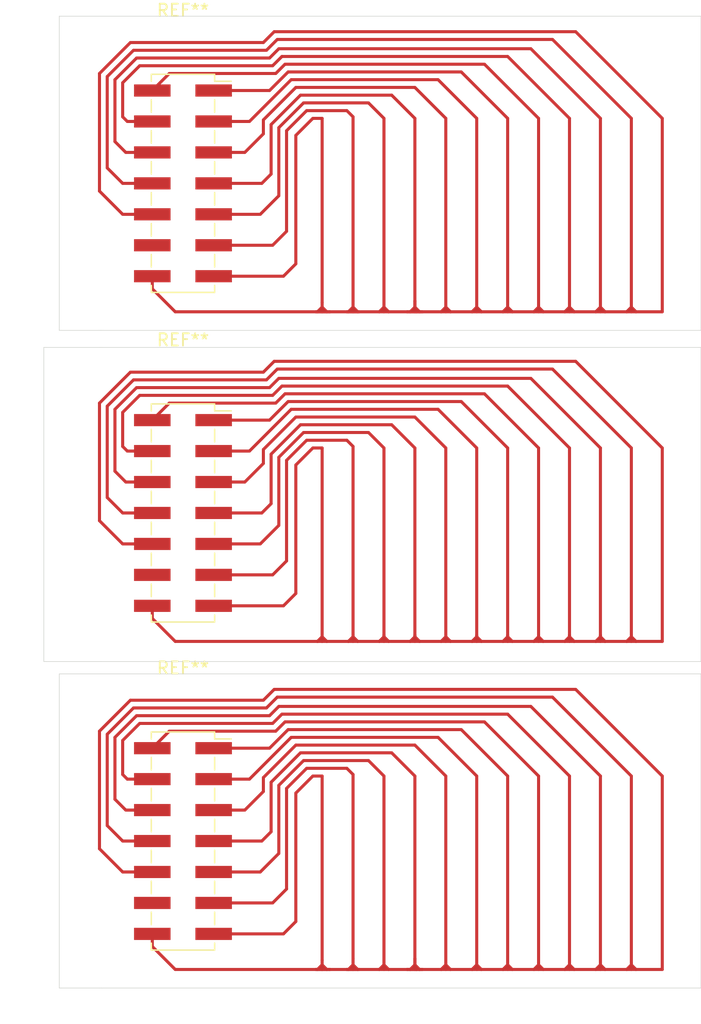
<source format=kicad_pcb>
(kicad_pcb (version 20171130) (host pcbnew "(5.1.6)-1")

  (general
    (thickness 1.6)
    (drawings 16)
    (tracks 477)
    (zones 0)
    (modules 3)
    (nets 1)
  )

  (page A4)
  (layers
    (0 F.Cu signal)
    (31 B.Cu signal)
    (32 B.Adhes user)
    (33 F.Adhes user)
    (34 B.Paste user)
    (35 F.Paste user)
    (36 B.SilkS user)
    (37 F.SilkS user)
    (38 B.Mask user)
    (39 F.Mask user)
    (40 Dwgs.User user)
    (41 Cmts.User user)
    (42 Eco1.User user)
    (43 Eco2.User user)
    (44 Edge.Cuts user)
    (45 Margin user)
    (46 B.CrtYd user)
    (47 F.CrtYd user)
    (48 B.Fab user)
    (49 F.Fab user)
  )

  (setup
    (last_trace_width 0.25)
    (trace_clearance 0.2)
    (zone_clearance 0.508)
    (zone_45_only no)
    (trace_min 0.2)
    (via_size 0.8)
    (via_drill 0.4)
    (via_min_size 0.4)
    (via_min_drill 0.3)
    (uvia_size 0.3)
    (uvia_drill 0.1)
    (uvias_allowed no)
    (uvia_min_size 0.2)
    (uvia_min_drill 0.1)
    (edge_width 0.05)
    (segment_width 0.2)
    (pcb_text_width 0.3)
    (pcb_text_size 1.5 1.5)
    (mod_edge_width 0.12)
    (mod_text_size 1 1)
    (mod_text_width 0.15)
    (pad_size 1.524 1.524)
    (pad_drill 0.762)
    (pad_to_mask_clearance 0.05)
    (aux_axis_origin 0 0)
    (visible_elements 7FFFFFFF)
    (pcbplotparams
      (layerselection 0x010fc_ffffffff)
      (usegerberextensions false)
      (usegerberattributes true)
      (usegerberadvancedattributes true)
      (creategerberjobfile true)
      (excludeedgelayer true)
      (linewidth 0.100000)
      (plotframeref false)
      (viasonmask false)
      (mode 1)
      (useauxorigin false)
      (hpglpennumber 1)
      (hpglpenspeed 20)
      (hpglpendiameter 15.000000)
      (psnegative false)
      (psa4output false)
      (plotreference true)
      (plotvalue true)
      (plotinvisibletext false)
      (padsonsilk false)
      (subtractmaskfromsilk false)
      (outputformat 1)
      (mirror false)
      (drillshape 0)
      (scaleselection 1)
      (outputdirectory "gerber/"))
  )

  (net 0 "")

  (net_class Default "This is the default net class."
    (clearance 0.2)
    (trace_width 0.25)
    (via_dia 0.8)
    (via_drill 0.4)
    (uvia_dia 0.3)
    (uvia_drill 0.1)
  )

  (module Connector_PinSocket_2.54mm:PinSocket_2x07_P2.54mm_Vertical_SMD (layer F.Cu) (tedit 5A19A41F) (tstamp 62901B5F)
    (at 100.457 110.871)
    (descr "surface-mounted straight socket strip, 2x07, 2.54mm pitch, double cols (from Kicad 4.0.7), script generated")
    (tags "Surface mounted socket strip SMD 2x07 2.54mm double row")
    (attr smd)
    (fp_text reference REF** (at 0 -14.2) (layer F.SilkS)
      (effects (font (size 1 1) (thickness 0.15)))
    )
    (fp_text value PinSocket_2x07_P2.54mm_Vertical_SMD (at 0 14.2) (layer F.Fab)
      (effects (font (size 1 1) (thickness 0.15)))
    )
    (fp_line (start -4.55 9.4) (end -4.55 -9.4) (layer F.CrtYd) (width 0.05))
    (fp_line (start 4.5 9.4) (end -4.55 9.4) (layer F.CrtYd) (width 0.05))
    (fp_line (start 4.5 -9.4) (end 4.5 9.4) (layer F.CrtYd) (width 0.05))
    (fp_line (start -4.55 -9.4) (end 4.5 -9.4) (layer F.CrtYd) (width 0.05))
    (fp_line (start 3.92 7.94) (end 2.54 7.94) (layer F.Fab) (width 0.1))
    (fp_line (start 3.92 7.3) (end 3.92 7.94) (layer F.Fab) (width 0.1))
    (fp_line (start 2.54 7.3) (end 3.92 7.3) (layer F.Fab) (width 0.1))
    (fp_line (start -3.92 7.94) (end -3.92 7.3) (layer F.Fab) (width 0.1))
    (fp_line (start -2.54 7.94) (end -3.92 7.94) (layer F.Fab) (width 0.1))
    (fp_line (start -3.92 7.3) (end -2.54 7.3) (layer F.Fab) (width 0.1))
    (fp_line (start 3.92 5.4) (end 2.54 5.4) (layer F.Fab) (width 0.1))
    (fp_line (start 3.92 4.76) (end 3.92 5.4) (layer F.Fab) (width 0.1))
    (fp_line (start 2.54 4.76) (end 3.92 4.76) (layer F.Fab) (width 0.1))
    (fp_line (start -3.92 5.4) (end -3.92 4.76) (layer F.Fab) (width 0.1))
    (fp_line (start -2.54 5.4) (end -3.92 5.4) (layer F.Fab) (width 0.1))
    (fp_line (start -3.92 4.76) (end -2.54 4.76) (layer F.Fab) (width 0.1))
    (fp_line (start 3.92 2.86) (end 2.54 2.86) (layer F.Fab) (width 0.1))
    (fp_line (start 3.92 2.22) (end 3.92 2.86) (layer F.Fab) (width 0.1))
    (fp_line (start 2.54 2.22) (end 3.92 2.22) (layer F.Fab) (width 0.1))
    (fp_line (start -3.92 2.86) (end -3.92 2.22) (layer F.Fab) (width 0.1))
    (fp_line (start -2.54 2.86) (end -3.92 2.86) (layer F.Fab) (width 0.1))
    (fp_line (start -3.92 2.22) (end -2.54 2.22) (layer F.Fab) (width 0.1))
    (fp_line (start 3.92 0.32) (end 2.54 0.32) (layer F.Fab) (width 0.1))
    (fp_line (start 3.92 -0.32) (end 3.92 0.32) (layer F.Fab) (width 0.1))
    (fp_line (start 2.54 -0.32) (end 3.92 -0.32) (layer F.Fab) (width 0.1))
    (fp_line (start -3.92 0.32) (end -3.92 -0.32) (layer F.Fab) (width 0.1))
    (fp_line (start -2.54 0.32) (end -3.92 0.32) (layer F.Fab) (width 0.1))
    (fp_line (start -3.92 -0.32) (end -2.54 -0.32) (layer F.Fab) (width 0.1))
    (fp_line (start 3.92 -2.22) (end 2.54 -2.22) (layer F.Fab) (width 0.1))
    (fp_line (start 3.92 -2.86) (end 3.92 -2.22) (layer F.Fab) (width 0.1))
    (fp_line (start 2.54 -2.86) (end 3.92 -2.86) (layer F.Fab) (width 0.1))
    (fp_line (start -3.92 -2.22) (end -3.92 -2.86) (layer F.Fab) (width 0.1))
    (fp_line (start -2.54 -2.22) (end -3.92 -2.22) (layer F.Fab) (width 0.1))
    (fp_line (start -3.92 -2.86) (end -2.54 -2.86) (layer F.Fab) (width 0.1))
    (fp_line (start 3.92 -4.76) (end 2.54 -4.76) (layer F.Fab) (width 0.1))
    (fp_line (start 3.92 -5.4) (end 3.92 -4.76) (layer F.Fab) (width 0.1))
    (fp_line (start 2.54 -5.4) (end 3.92 -5.4) (layer F.Fab) (width 0.1))
    (fp_line (start -3.92 -4.76) (end -3.92 -5.4) (layer F.Fab) (width 0.1))
    (fp_line (start -2.54 -4.76) (end -3.92 -4.76) (layer F.Fab) (width 0.1))
    (fp_line (start -3.92 -5.4) (end -2.54 -5.4) (layer F.Fab) (width 0.1))
    (fp_line (start 3.92 -7.3) (end 2.54 -7.3) (layer F.Fab) (width 0.1))
    (fp_line (start 3.92 -7.94) (end 3.92 -7.3) (layer F.Fab) (width 0.1))
    (fp_line (start 2.54 -7.94) (end 3.92 -7.94) (layer F.Fab) (width 0.1))
    (fp_line (start -3.92 -7.3) (end -3.92 -7.94) (layer F.Fab) (width 0.1))
    (fp_line (start -2.54 -7.3) (end -3.92 -7.3) (layer F.Fab) (width 0.1))
    (fp_line (start -3.92 -7.94) (end -2.54 -7.94) (layer F.Fab) (width 0.1))
    (fp_line (start -2.54 8.89) (end -2.54 -8.89) (layer F.Fab) (width 0.1))
    (fp_line (start 2.54 8.89) (end -2.54 8.89) (layer F.Fab) (width 0.1))
    (fp_line (start 2.54 -7.89) (end 2.54 8.89) (layer F.Fab) (width 0.1))
    (fp_line (start 1.54 -8.89) (end 2.54 -7.89) (layer F.Fab) (width 0.1))
    (fp_line (start -2.54 -8.89) (end 1.54 -8.89) (layer F.Fab) (width 0.1))
    (fp_line (start 2.6 -8.38) (end 3.96 -8.38) (layer F.SilkS) (width 0.12))
    (fp_line (start -2.6 8.38) (end -2.6 8.95) (layer F.SilkS) (width 0.12))
    (fp_line (start -2.6 5.84) (end -2.6 6.86) (layer F.SilkS) (width 0.12))
    (fp_line (start -2.6 3.3) (end -2.6 4.32) (layer F.SilkS) (width 0.12))
    (fp_line (start -2.6 0.76) (end -2.6 1.78) (layer F.SilkS) (width 0.12))
    (fp_line (start -2.6 -1.78) (end -2.6 -0.76) (layer F.SilkS) (width 0.12))
    (fp_line (start -2.6 -4.32) (end -2.6 -3.3) (layer F.SilkS) (width 0.12))
    (fp_line (start -2.6 -6.86) (end -2.6 -5.84) (layer F.SilkS) (width 0.12))
    (fp_line (start -2.6 -8.95) (end -2.6 -8.38) (layer F.SilkS) (width 0.12))
    (fp_line (start -2.6 8.95) (end 2.6 8.95) (layer F.SilkS) (width 0.12))
    (fp_line (start 2.6 8.38) (end 2.6 8.95) (layer F.SilkS) (width 0.12))
    (fp_line (start 2.6 5.84) (end 2.6 6.86) (layer F.SilkS) (width 0.12))
    (fp_line (start 2.6 3.3) (end 2.6 4.32) (layer F.SilkS) (width 0.12))
    (fp_line (start 2.6 0.76) (end 2.6 1.78) (layer F.SilkS) (width 0.12))
    (fp_line (start 2.6 -1.78) (end 2.6 -0.76) (layer F.SilkS) (width 0.12))
    (fp_line (start 2.6 -4.32) (end 2.6 -3.3) (layer F.SilkS) (width 0.12))
    (fp_line (start 2.6 -6.86) (end 2.6 -5.84) (layer F.SilkS) (width 0.12))
    (fp_line (start 2.6 -8.95) (end 2.6 -8.38) (layer F.SilkS) (width 0.12))
    (fp_line (start -2.6 -8.95) (end 2.6 -8.95) (layer F.SilkS) (width 0.12))
    (fp_text user %R (at 0 0 90) (layer F.Fab)
      (effects (font (size 1 1) (thickness 0.15)))
    )
    (pad 1 smd rect (at 2.52 -7.62) (size 3 1) (layers F.Cu F.Paste F.Mask))
    (pad 2 smd rect (at -2.52 -7.62) (size 3 1) (layers F.Cu F.Paste F.Mask))
    (pad 3 smd rect (at 2.52 -5.08) (size 3 1) (layers F.Cu F.Paste F.Mask))
    (pad 4 smd rect (at -2.52 -5.08) (size 3 1) (layers F.Cu F.Paste F.Mask))
    (pad 5 smd rect (at 2.52 -2.54) (size 3 1) (layers F.Cu F.Paste F.Mask))
    (pad 6 smd rect (at -2.52 -2.54) (size 3 1) (layers F.Cu F.Paste F.Mask))
    (pad 7 smd rect (at 2.52 0) (size 3 1) (layers F.Cu F.Paste F.Mask))
    (pad 8 smd rect (at -2.52 0) (size 3 1) (layers F.Cu F.Paste F.Mask))
    (pad 9 smd rect (at 2.52 2.54) (size 3 1) (layers F.Cu F.Paste F.Mask))
    (pad 10 smd rect (at -2.52 2.54) (size 3 1) (layers F.Cu F.Paste F.Mask))
    (pad 11 smd rect (at 2.52 5.08) (size 3 1) (layers F.Cu F.Paste F.Mask))
    (pad 12 smd rect (at -2.52 5.08) (size 3 1) (layers F.Cu F.Paste F.Mask))
    (pad 13 smd rect (at 2.52 7.62) (size 3 1) (layers F.Cu F.Paste F.Mask))
    (pad 14 smd rect (at -2.52 7.62) (size 3 1) (layers F.Cu F.Paste F.Mask))
    (model ${KISYS3DMOD}/Connector_PinSocket_2.54mm.3dshapes/PinSocket_2x07_P2.54mm_Vertical_SMD.wrl
      (at (xyz 0 0 0))
      (scale (xyz 1 1 1))
      (rotate (xyz 0 0 0))
    )
  )

  (module Connector_PinSocket_2.54mm:PinSocket_2x07_P2.54mm_Vertical_SMD (layer F.Cu) (tedit 5A19A41F) (tstamp 6286B92F)
    (at 100.457 83.947)
    (descr "surface-mounted straight socket strip, 2x07, 2.54mm pitch, double cols (from Kicad 4.0.7), script generated")
    (tags "Surface mounted socket strip SMD 2x07 2.54mm double row")
    (attr smd)
    (fp_text reference REF** (at 0 -14.2) (layer F.SilkS)
      (effects (font (size 1 1) (thickness 0.15)))
    )
    (fp_text value PinSocket_2x07_P2.54mm_Vertical_SMD (at 0 14.2) (layer F.Fab)
      (effects (font (size 1 1) (thickness 0.15)))
    )
    (fp_line (start -4.55 9.4) (end -4.55 -9.4) (layer F.CrtYd) (width 0.05))
    (fp_line (start 4.5 9.4) (end -4.55 9.4) (layer F.CrtYd) (width 0.05))
    (fp_line (start 4.5 -9.4) (end 4.5 9.4) (layer F.CrtYd) (width 0.05))
    (fp_line (start -4.55 -9.4) (end 4.5 -9.4) (layer F.CrtYd) (width 0.05))
    (fp_line (start 3.92 7.94) (end 2.54 7.94) (layer F.Fab) (width 0.1))
    (fp_line (start 3.92 7.3) (end 3.92 7.94) (layer F.Fab) (width 0.1))
    (fp_line (start 2.54 7.3) (end 3.92 7.3) (layer F.Fab) (width 0.1))
    (fp_line (start -3.92 7.94) (end -3.92 7.3) (layer F.Fab) (width 0.1))
    (fp_line (start -2.54 7.94) (end -3.92 7.94) (layer F.Fab) (width 0.1))
    (fp_line (start -3.92 7.3) (end -2.54 7.3) (layer F.Fab) (width 0.1))
    (fp_line (start 3.92 5.4) (end 2.54 5.4) (layer F.Fab) (width 0.1))
    (fp_line (start 3.92 4.76) (end 3.92 5.4) (layer F.Fab) (width 0.1))
    (fp_line (start 2.54 4.76) (end 3.92 4.76) (layer F.Fab) (width 0.1))
    (fp_line (start -3.92 5.4) (end -3.92 4.76) (layer F.Fab) (width 0.1))
    (fp_line (start -2.54 5.4) (end -3.92 5.4) (layer F.Fab) (width 0.1))
    (fp_line (start -3.92 4.76) (end -2.54 4.76) (layer F.Fab) (width 0.1))
    (fp_line (start 3.92 2.86) (end 2.54 2.86) (layer F.Fab) (width 0.1))
    (fp_line (start 3.92 2.22) (end 3.92 2.86) (layer F.Fab) (width 0.1))
    (fp_line (start 2.54 2.22) (end 3.92 2.22) (layer F.Fab) (width 0.1))
    (fp_line (start -3.92 2.86) (end -3.92 2.22) (layer F.Fab) (width 0.1))
    (fp_line (start -2.54 2.86) (end -3.92 2.86) (layer F.Fab) (width 0.1))
    (fp_line (start -3.92 2.22) (end -2.54 2.22) (layer F.Fab) (width 0.1))
    (fp_line (start 3.92 0.32) (end 2.54 0.32) (layer F.Fab) (width 0.1))
    (fp_line (start 3.92 -0.32) (end 3.92 0.32) (layer F.Fab) (width 0.1))
    (fp_line (start 2.54 -0.32) (end 3.92 -0.32) (layer F.Fab) (width 0.1))
    (fp_line (start -3.92 0.32) (end -3.92 -0.32) (layer F.Fab) (width 0.1))
    (fp_line (start -2.54 0.32) (end -3.92 0.32) (layer F.Fab) (width 0.1))
    (fp_line (start -3.92 -0.32) (end -2.54 -0.32) (layer F.Fab) (width 0.1))
    (fp_line (start 3.92 -2.22) (end 2.54 -2.22) (layer F.Fab) (width 0.1))
    (fp_line (start 3.92 -2.86) (end 3.92 -2.22) (layer F.Fab) (width 0.1))
    (fp_line (start 2.54 -2.86) (end 3.92 -2.86) (layer F.Fab) (width 0.1))
    (fp_line (start -3.92 -2.22) (end -3.92 -2.86) (layer F.Fab) (width 0.1))
    (fp_line (start -2.54 -2.22) (end -3.92 -2.22) (layer F.Fab) (width 0.1))
    (fp_line (start -3.92 -2.86) (end -2.54 -2.86) (layer F.Fab) (width 0.1))
    (fp_line (start 3.92 -4.76) (end 2.54 -4.76) (layer F.Fab) (width 0.1))
    (fp_line (start 3.92 -5.4) (end 3.92 -4.76) (layer F.Fab) (width 0.1))
    (fp_line (start 2.54 -5.4) (end 3.92 -5.4) (layer F.Fab) (width 0.1))
    (fp_line (start -3.92 -4.76) (end -3.92 -5.4) (layer F.Fab) (width 0.1))
    (fp_line (start -2.54 -4.76) (end -3.92 -4.76) (layer F.Fab) (width 0.1))
    (fp_line (start -3.92 -5.4) (end -2.54 -5.4) (layer F.Fab) (width 0.1))
    (fp_line (start 3.92 -7.3) (end 2.54 -7.3) (layer F.Fab) (width 0.1))
    (fp_line (start 3.92 -7.94) (end 3.92 -7.3) (layer F.Fab) (width 0.1))
    (fp_line (start 2.54 -7.94) (end 3.92 -7.94) (layer F.Fab) (width 0.1))
    (fp_line (start -3.92 -7.3) (end -3.92 -7.94) (layer F.Fab) (width 0.1))
    (fp_line (start -2.54 -7.3) (end -3.92 -7.3) (layer F.Fab) (width 0.1))
    (fp_line (start -3.92 -7.94) (end -2.54 -7.94) (layer F.Fab) (width 0.1))
    (fp_line (start -2.54 8.89) (end -2.54 -8.89) (layer F.Fab) (width 0.1))
    (fp_line (start 2.54 8.89) (end -2.54 8.89) (layer F.Fab) (width 0.1))
    (fp_line (start 2.54 -7.89) (end 2.54 8.89) (layer F.Fab) (width 0.1))
    (fp_line (start 1.54 -8.89) (end 2.54 -7.89) (layer F.Fab) (width 0.1))
    (fp_line (start -2.54 -8.89) (end 1.54 -8.89) (layer F.Fab) (width 0.1))
    (fp_line (start 2.6 -8.38) (end 3.96 -8.38) (layer F.SilkS) (width 0.12))
    (fp_line (start -2.6 8.38) (end -2.6 8.95) (layer F.SilkS) (width 0.12))
    (fp_line (start -2.6 5.84) (end -2.6 6.86) (layer F.SilkS) (width 0.12))
    (fp_line (start -2.6 3.3) (end -2.6 4.32) (layer F.SilkS) (width 0.12))
    (fp_line (start -2.6 0.76) (end -2.6 1.78) (layer F.SilkS) (width 0.12))
    (fp_line (start -2.6 -1.78) (end -2.6 -0.76) (layer F.SilkS) (width 0.12))
    (fp_line (start -2.6 -4.32) (end -2.6 -3.3) (layer F.SilkS) (width 0.12))
    (fp_line (start -2.6 -6.86) (end -2.6 -5.84) (layer F.SilkS) (width 0.12))
    (fp_line (start -2.6 -8.95) (end -2.6 -8.38) (layer F.SilkS) (width 0.12))
    (fp_line (start -2.6 8.95) (end 2.6 8.95) (layer F.SilkS) (width 0.12))
    (fp_line (start 2.6 8.38) (end 2.6 8.95) (layer F.SilkS) (width 0.12))
    (fp_line (start 2.6 5.84) (end 2.6 6.86) (layer F.SilkS) (width 0.12))
    (fp_line (start 2.6 3.3) (end 2.6 4.32) (layer F.SilkS) (width 0.12))
    (fp_line (start 2.6 0.76) (end 2.6 1.78) (layer F.SilkS) (width 0.12))
    (fp_line (start 2.6 -1.78) (end 2.6 -0.76) (layer F.SilkS) (width 0.12))
    (fp_line (start 2.6 -4.32) (end 2.6 -3.3) (layer F.SilkS) (width 0.12))
    (fp_line (start 2.6 -6.86) (end 2.6 -5.84) (layer F.SilkS) (width 0.12))
    (fp_line (start 2.6 -8.95) (end 2.6 -8.38) (layer F.SilkS) (width 0.12))
    (fp_line (start -2.6 -8.95) (end 2.6 -8.95) (layer F.SilkS) (width 0.12))
    (fp_text user %R (at 0 0 90) (layer F.Fab)
      (effects (font (size 1 1) (thickness 0.15)))
    )
    (pad 1 smd rect (at 2.52 -7.62) (size 3 1) (layers F.Cu F.Paste F.Mask))
    (pad 2 smd rect (at -2.52 -7.62) (size 3 1) (layers F.Cu F.Paste F.Mask))
    (pad 3 smd rect (at 2.52 -5.08) (size 3 1) (layers F.Cu F.Paste F.Mask))
    (pad 4 smd rect (at -2.52 -5.08) (size 3 1) (layers F.Cu F.Paste F.Mask))
    (pad 5 smd rect (at 2.52 -2.54) (size 3 1) (layers F.Cu F.Paste F.Mask))
    (pad 6 smd rect (at -2.52 -2.54) (size 3 1) (layers F.Cu F.Paste F.Mask))
    (pad 7 smd rect (at 2.52 0) (size 3 1) (layers F.Cu F.Paste F.Mask))
    (pad 8 smd rect (at -2.52 0) (size 3 1) (layers F.Cu F.Paste F.Mask))
    (pad 9 smd rect (at 2.52 2.54) (size 3 1) (layers F.Cu F.Paste F.Mask))
    (pad 10 smd rect (at -2.52 2.54) (size 3 1) (layers F.Cu F.Paste F.Mask))
    (pad 11 smd rect (at 2.52 5.08) (size 3 1) (layers F.Cu F.Paste F.Mask))
    (pad 12 smd rect (at -2.52 5.08) (size 3 1) (layers F.Cu F.Paste F.Mask))
    (pad 13 smd rect (at 2.52 7.62) (size 3 1) (layers F.Cu F.Paste F.Mask))
    (pad 14 smd rect (at -2.52 7.62) (size 3 1) (layers F.Cu F.Paste F.Mask))
    (model ${KISYS3DMOD}/Connector_PinSocket_2.54mm.3dshapes/PinSocket_2x07_P2.54mm_Vertical_SMD.wrl
      (at (xyz 0 0 0))
      (scale (xyz 1 1 1))
      (rotate (xyz 0 0 0))
    )
  )

  (module Connector_PinSocket_2.54mm:PinSocket_2x07_P2.54mm_Vertical_SMD (layer F.Cu) (tedit 5A19A41F) (tstamp 62866C2F)
    (at 100.457 56.896)
    (descr "surface-mounted straight socket strip, 2x07, 2.54mm pitch, double cols (from Kicad 4.0.7), script generated")
    (tags "Surface mounted socket strip SMD 2x07 2.54mm double row")
    (attr smd)
    (fp_text reference REF** (at 0 -14.2) (layer F.SilkS)
      (effects (font (size 1 1) (thickness 0.15)))
    )
    (fp_text value PinSocket_2x07_P2.54mm_Vertical_SMD (at 0 14.2) (layer F.Fab)
      (effects (font (size 1 1) (thickness 0.15)))
    )
    (fp_line (start -4.55 9.4) (end -4.55 -9.4) (layer F.CrtYd) (width 0.05))
    (fp_line (start 4.5 9.4) (end -4.55 9.4) (layer F.CrtYd) (width 0.05))
    (fp_line (start 4.5 -9.4) (end 4.5 9.4) (layer F.CrtYd) (width 0.05))
    (fp_line (start -4.55 -9.4) (end 4.5 -9.4) (layer F.CrtYd) (width 0.05))
    (fp_line (start 3.92 7.94) (end 2.54 7.94) (layer F.Fab) (width 0.1))
    (fp_line (start 3.92 7.3) (end 3.92 7.94) (layer F.Fab) (width 0.1))
    (fp_line (start 2.54 7.3) (end 3.92 7.3) (layer F.Fab) (width 0.1))
    (fp_line (start -3.92 7.94) (end -3.92 7.3) (layer F.Fab) (width 0.1))
    (fp_line (start -2.54 7.94) (end -3.92 7.94) (layer F.Fab) (width 0.1))
    (fp_line (start -3.92 7.3) (end -2.54 7.3) (layer F.Fab) (width 0.1))
    (fp_line (start 3.92 5.4) (end 2.54 5.4) (layer F.Fab) (width 0.1))
    (fp_line (start 3.92 4.76) (end 3.92 5.4) (layer F.Fab) (width 0.1))
    (fp_line (start 2.54 4.76) (end 3.92 4.76) (layer F.Fab) (width 0.1))
    (fp_line (start -3.92 5.4) (end -3.92 4.76) (layer F.Fab) (width 0.1))
    (fp_line (start -2.54 5.4) (end -3.92 5.4) (layer F.Fab) (width 0.1))
    (fp_line (start -3.92 4.76) (end -2.54 4.76) (layer F.Fab) (width 0.1))
    (fp_line (start 3.92 2.86) (end 2.54 2.86) (layer F.Fab) (width 0.1))
    (fp_line (start 3.92 2.22) (end 3.92 2.86) (layer F.Fab) (width 0.1))
    (fp_line (start 2.54 2.22) (end 3.92 2.22) (layer F.Fab) (width 0.1))
    (fp_line (start -3.92 2.86) (end -3.92 2.22) (layer F.Fab) (width 0.1))
    (fp_line (start -2.54 2.86) (end -3.92 2.86) (layer F.Fab) (width 0.1))
    (fp_line (start -3.92 2.22) (end -2.54 2.22) (layer F.Fab) (width 0.1))
    (fp_line (start 3.92 0.32) (end 2.54 0.32) (layer F.Fab) (width 0.1))
    (fp_line (start 3.92 -0.32) (end 3.92 0.32) (layer F.Fab) (width 0.1))
    (fp_line (start 2.54 -0.32) (end 3.92 -0.32) (layer F.Fab) (width 0.1))
    (fp_line (start -3.92 0.32) (end -3.92 -0.32) (layer F.Fab) (width 0.1))
    (fp_line (start -2.54 0.32) (end -3.92 0.32) (layer F.Fab) (width 0.1))
    (fp_line (start -3.92 -0.32) (end -2.54 -0.32) (layer F.Fab) (width 0.1))
    (fp_line (start 3.92 -2.22) (end 2.54 -2.22) (layer F.Fab) (width 0.1))
    (fp_line (start 3.92 -2.86) (end 3.92 -2.22) (layer F.Fab) (width 0.1))
    (fp_line (start 2.54 -2.86) (end 3.92 -2.86) (layer F.Fab) (width 0.1))
    (fp_line (start -3.92 -2.22) (end -3.92 -2.86) (layer F.Fab) (width 0.1))
    (fp_line (start -2.54 -2.22) (end -3.92 -2.22) (layer F.Fab) (width 0.1))
    (fp_line (start -3.92 -2.86) (end -2.54 -2.86) (layer F.Fab) (width 0.1))
    (fp_line (start 3.92 -4.76) (end 2.54 -4.76) (layer F.Fab) (width 0.1))
    (fp_line (start 3.92 -5.4) (end 3.92 -4.76) (layer F.Fab) (width 0.1))
    (fp_line (start 2.54 -5.4) (end 3.92 -5.4) (layer F.Fab) (width 0.1))
    (fp_line (start -3.92 -4.76) (end -3.92 -5.4) (layer F.Fab) (width 0.1))
    (fp_line (start -2.54 -4.76) (end -3.92 -4.76) (layer F.Fab) (width 0.1))
    (fp_line (start -3.92 -5.4) (end -2.54 -5.4) (layer F.Fab) (width 0.1))
    (fp_line (start 3.92 -7.3) (end 2.54 -7.3) (layer F.Fab) (width 0.1))
    (fp_line (start 3.92 -7.94) (end 3.92 -7.3) (layer F.Fab) (width 0.1))
    (fp_line (start 2.54 -7.94) (end 3.92 -7.94) (layer F.Fab) (width 0.1))
    (fp_line (start -3.92 -7.3) (end -3.92 -7.94) (layer F.Fab) (width 0.1))
    (fp_line (start -2.54 -7.3) (end -3.92 -7.3) (layer F.Fab) (width 0.1))
    (fp_line (start -3.92 -7.94) (end -2.54 -7.94) (layer F.Fab) (width 0.1))
    (fp_line (start -2.54 8.89) (end -2.54 -8.89) (layer F.Fab) (width 0.1))
    (fp_line (start 2.54 8.89) (end -2.54 8.89) (layer F.Fab) (width 0.1))
    (fp_line (start 2.54 -7.89) (end 2.54 8.89) (layer F.Fab) (width 0.1))
    (fp_line (start 1.54 -8.89) (end 2.54 -7.89) (layer F.Fab) (width 0.1))
    (fp_line (start -2.54 -8.89) (end 1.54 -8.89) (layer F.Fab) (width 0.1))
    (fp_line (start 2.6 -8.38) (end 3.96 -8.38) (layer F.SilkS) (width 0.12))
    (fp_line (start -2.6 8.38) (end -2.6 8.95) (layer F.SilkS) (width 0.12))
    (fp_line (start -2.6 5.84) (end -2.6 6.86) (layer F.SilkS) (width 0.12))
    (fp_line (start -2.6 3.3) (end -2.6 4.32) (layer F.SilkS) (width 0.12))
    (fp_line (start -2.6 0.76) (end -2.6 1.78) (layer F.SilkS) (width 0.12))
    (fp_line (start -2.6 -1.78) (end -2.6 -0.76) (layer F.SilkS) (width 0.12))
    (fp_line (start -2.6 -4.32) (end -2.6 -3.3) (layer F.SilkS) (width 0.12))
    (fp_line (start -2.6 -6.86) (end -2.6 -5.84) (layer F.SilkS) (width 0.12))
    (fp_line (start -2.6 -8.95) (end -2.6 -8.38) (layer F.SilkS) (width 0.12))
    (fp_line (start -2.6 8.95) (end 2.6 8.95) (layer F.SilkS) (width 0.12))
    (fp_line (start 2.6 8.38) (end 2.6 8.95) (layer F.SilkS) (width 0.12))
    (fp_line (start 2.6 5.84) (end 2.6 6.86) (layer F.SilkS) (width 0.12))
    (fp_line (start 2.6 3.3) (end 2.6 4.32) (layer F.SilkS) (width 0.12))
    (fp_line (start 2.6 0.76) (end 2.6 1.78) (layer F.SilkS) (width 0.12))
    (fp_line (start 2.6 -1.78) (end 2.6 -0.76) (layer F.SilkS) (width 0.12))
    (fp_line (start 2.6 -4.32) (end 2.6 -3.3) (layer F.SilkS) (width 0.12))
    (fp_line (start 2.6 -6.86) (end 2.6 -5.84) (layer F.SilkS) (width 0.12))
    (fp_line (start 2.6 -8.95) (end 2.6 -8.38) (layer F.SilkS) (width 0.12))
    (fp_line (start -2.6 -8.95) (end 2.6 -8.95) (layer F.SilkS) (width 0.12))
    (fp_text user %R (at 0 0 90) (layer F.Fab)
      (effects (font (size 1 1) (thickness 0.15)))
    )
    (pad 14 smd rect (at -2.52 7.62) (size 3 1) (layers F.Cu F.Paste F.Mask))
    (pad 13 smd rect (at 2.52 7.62) (size 3 1) (layers F.Cu F.Paste F.Mask))
    (pad 12 smd rect (at -2.52 5.08) (size 3 1) (layers F.Cu F.Paste F.Mask))
    (pad 11 smd rect (at 2.52 5.08) (size 3 1) (layers F.Cu F.Paste F.Mask))
    (pad 10 smd rect (at -2.52 2.54) (size 3 1) (layers F.Cu F.Paste F.Mask))
    (pad 9 smd rect (at 2.52 2.54) (size 3 1) (layers F.Cu F.Paste F.Mask))
    (pad 8 smd rect (at -2.52 0) (size 3 1) (layers F.Cu F.Paste F.Mask))
    (pad 7 smd rect (at 2.52 0) (size 3 1) (layers F.Cu F.Paste F.Mask))
    (pad 6 smd rect (at -2.52 -2.54) (size 3 1) (layers F.Cu F.Paste F.Mask))
    (pad 5 smd rect (at 2.52 -2.54) (size 3 1) (layers F.Cu F.Paste F.Mask))
    (pad 4 smd rect (at -2.52 -5.08) (size 3 1) (layers F.Cu F.Paste F.Mask))
    (pad 3 smd rect (at 2.52 -5.08) (size 3 1) (layers F.Cu F.Paste F.Mask))
    (pad 2 smd rect (at -2.52 -7.62) (size 3 1) (layers F.Cu F.Paste F.Mask))
    (pad 1 smd rect (at 2.52 -7.62) (size 3 1) (layers F.Cu F.Paste F.Mask))
    (model ${KISYS3DMOD}/Connector_PinSocket_2.54mm.3dshapes/PinSocket_2x07_P2.54mm_Vertical_SMD.wrl
      (at (xyz 0 0 0))
      (scale (xyz 1 1 1))
      (rotate (xyz 0 0 0))
    )
  )

  (gr_line (start 93.726 122.936) (end 143.002 122.936) (layer Edge.Cuts) (width 0.05) (tstamp 62901B5D))
  (gr_line (start 90.297 97.155) (end 143.002 97.155) (layer Edge.Cuts) (width 0.05) (tstamp 62901B5C))
  (gr_line (start 90.297 97.155) (end 90.297 122.936) (layer Edge.Cuts) (width 0.05) (tstamp 62901B5E))
  (gr_line (start 93.726 122.936) (end 90.297 122.936) (layer Edge.Cuts) (width 0.05) (tstamp 62901B5B))
  (gr_line (start 143.002 122.936) (end 143.002 97.155) (layer Edge.Cuts) (width 0.05) (tstamp 62901B5A))
  (gr_line (start 93.726 96.139) (end 89.027 96.139) (layer Edge.Cuts) (width 0.05) (tstamp 6286BA9B))
  (gr_line (start 93.726 70.358) (end 89.027 70.358) (layer Edge.Cuts) (width 0.05) (tstamp 6286BA9A))
  (gr_line (start 90.297 43.18) (end 143.002 43.18) (layer Edge.Cuts) (width 0.05) (tstamp 6286BA97))
  (gr_line (start 93.726 68.961) (end 90.297 68.961) (layer Edge.Cuts) (width 0.05) (tstamp 6286BA96))
  (gr_line (start 143.002 68.961) (end 143.002 43.18) (layer Edge.Cuts) (width 0.05) (tstamp 62866C93))
  (gr_line (start 93.726 68.961) (end 143.002 68.961) (layer Edge.Cuts) (width 0.05) (tstamp 62866C2E))
  (gr_line (start 90.297 43.18) (end 90.297 68.961) (layer Edge.Cuts) (width 0.05) (tstamp 62866C2D))
  (gr_line (start 143.002 70.358) (end 93.726 70.358) (layer Edge.Cuts) (width 0.05) (tstamp 62811ECE))
  (gr_line (start 143.002 96.139) (end 143.002 70.358) (layer Edge.Cuts) (width 0.05))
  (gr_line (start 93.726 96.139) (end 143.002 96.139) (layer Edge.Cuts) (width 0.05))
  (gr_line (start 89.027 70.358) (end 89.027 96.139) (layer Edge.Cuts) (width 0.05))

  (segment (start 97.937 65.552) (end 97.937 64.516) (width 0.25) (layer F.Cu) (net 0))
  (segment (start 99.822 67.437) (end 97.937 65.552) (width 0.25) (layer F.Cu) (net 0))
  (segment (start 108.712 64.516) (end 102.977 64.516) (width 0.25) (layer F.Cu) (net 0))
  (segment (start 111.887 51.562) (end 111.125 51.562) (width 0.25) (layer F.Cu) (net 0))
  (segment (start 111.125 51.562) (end 109.728 52.959) (width 0.25) (layer F.Cu) (net 0))
  (segment (start 109.728 52.959) (end 109.728 63.5) (width 0.25) (layer F.Cu) (net 0))
  (segment (start 109.728 63.5) (end 108.712 64.516) (width 0.25) (layer F.Cu) (net 0))
  (segment (start 108.966 60.833) (end 107.823 61.976) (width 0.25) (layer F.Cu) (net 0))
  (segment (start 107.823 61.976) (end 102.977 61.976) (width 0.25) (layer F.Cu) (net 0))
  (segment (start 114.427 51.435) (end 113.919 50.927) (width 0.25) (layer F.Cu) (net 0))
  (segment (start 110.617 50.927) (end 108.966 52.578) (width 0.25) (layer F.Cu) (net 0))
  (segment (start 108.966 52.578) (end 108.966 60.833) (width 0.25) (layer F.Cu) (net 0))
  (segment (start 113.919 50.927) (end 110.617 50.927) (width 0.25) (layer F.Cu) (net 0))
  (segment (start 106.807 59.436) (end 102.977 59.436) (width 0.25) (layer F.Cu) (net 0))
  (segment (start 108.331 57.912) (end 106.807 59.436) (width 0.25) (layer F.Cu) (net 0))
  (segment (start 116.967 51.562) (end 115.697 50.292) (width 0.25) (layer F.Cu) (net 0))
  (segment (start 108.331 52.324) (end 108.331 57.912) (width 0.25) (layer F.Cu) (net 0))
  (segment (start 115.697 50.292) (end 110.363 50.292) (width 0.25) (layer F.Cu) (net 0))
  (segment (start 110.363 50.292) (end 108.331 52.324) (width 0.25) (layer F.Cu) (net 0))
  (segment (start 106.934 56.896) (end 102.977 56.896) (width 0.25) (layer F.Cu) (net 0))
  (segment (start 119.507 51.562) (end 117.602 49.657) (width 0.25) (layer F.Cu) (net 0))
  (segment (start 117.602 49.657) (end 110.109 49.657) (width 0.25) (layer F.Cu) (net 0))
  (segment (start 107.696 52.07) (end 107.696 56.134) (width 0.25) (layer F.Cu) (net 0))
  (segment (start 107.696 56.134) (end 106.934 56.896) (width 0.25) (layer F.Cu) (net 0))
  (segment (start 110.109 49.657) (end 107.696 52.07) (width 0.25) (layer F.Cu) (net 0))
  (segment (start 107.061 52.832) (end 105.537 54.356) (width 0.25) (layer F.Cu) (net 0))
  (segment (start 105.537 54.356) (end 102.977 54.356) (width 0.25) (layer F.Cu) (net 0))
  (segment (start 122.047 51.562) (end 119.507 49.022) (width 0.25) (layer F.Cu) (net 0))
  (segment (start 109.728 49.022) (end 107.061 51.689) (width 0.25) (layer F.Cu) (net 0))
  (segment (start 119.507 49.022) (end 109.728 49.022) (width 0.25) (layer F.Cu) (net 0))
  (segment (start 107.061 51.689) (end 107.061 52.832) (width 0.25) (layer F.Cu) (net 0))
  (segment (start 105.918 51.816) (end 102.977 51.816) (width 0.25) (layer F.Cu) (net 0))
  (segment (start 121.412 48.387) (end 109.347 48.387) (width 0.25) (layer F.Cu) (net 0))
  (segment (start 109.347 48.387) (end 105.918 51.816) (width 0.25) (layer F.Cu) (net 0))
  (segment (start 124.587 51.562) (end 121.412 48.387) (width 0.25) (layer F.Cu) (net 0))
  (segment (start 107.569 49.276) (end 102.977 49.276) (width 0.25) (layer F.Cu) (net 0))
  (segment (start 123.317 47.752) (end 109.093 47.752) (width 0.25) (layer F.Cu) (net 0))
  (segment (start 109.093 47.752) (end 107.569 49.276) (width 0.25) (layer F.Cu) (net 0))
  (segment (start 127.127 51.562) (end 123.317 47.752) (width 0.25) (layer F.Cu) (net 0))
  (segment (start 99.334 47.879) (end 97.937 49.276) (width 0.25) (layer F.Cu) (net 0))
  (segment (start 129.667 51.562) (end 125.222 47.117) (width 0.25) (layer F.Cu) (net 0))
  (segment (start 125.222 47.117) (end 108.839 47.117) (width 0.25) (layer F.Cu) (net 0))
  (segment (start 108.077 47.879) (end 99.334 47.879) (width 0.25) (layer F.Cu) (net 0))
  (segment (start 108.839 47.117) (end 108.077 47.879) (width 0.25) (layer F.Cu) (net 0))
  (segment (start 95.885 51.816) (end 97.937 51.816) (width 0.25) (layer F.Cu) (net 0))
  (segment (start 95.504 51.435) (end 95.885 51.816) (width 0.25) (layer F.Cu) (net 0))
  (segment (start 132.207 51.562) (end 127.127 46.482) (width 0.25) (layer F.Cu) (net 0))
  (segment (start 95.504 48.641) (end 95.504 51.435) (width 0.25) (layer F.Cu) (net 0))
  (segment (start 96.901 47.244) (end 95.504 48.641) (width 0.25) (layer F.Cu) (net 0))
  (segment (start 108.585 46.482) (end 107.823 47.244) (width 0.25) (layer F.Cu) (net 0))
  (segment (start 127.127 46.482) (end 108.585 46.482) (width 0.25) (layer F.Cu) (net 0))
  (segment (start 107.823 47.244) (end 96.901 47.244) (width 0.25) (layer F.Cu) (net 0))
  (segment (start 95.758 54.356) (end 97.937 54.356) (width 0.25) (layer F.Cu) (net 0))
  (segment (start 94.869 53.467) (end 95.758 54.356) (width 0.25) (layer F.Cu) (net 0))
  (segment (start 96.647 46.609) (end 94.869 48.387) (width 0.25) (layer F.Cu) (net 0))
  (segment (start 134.747 51.562) (end 129.032 45.847) (width 0.25) (layer F.Cu) (net 0))
  (segment (start 108.331 45.847) (end 107.569 46.609) (width 0.25) (layer F.Cu) (net 0))
  (segment (start 129.032 45.847) (end 108.331 45.847) (width 0.25) (layer F.Cu) (net 0))
  (segment (start 94.869 48.387) (end 94.869 53.467) (width 0.25) (layer F.Cu) (net 0))
  (segment (start 107.569 46.609) (end 96.647 46.609) (width 0.25) (layer F.Cu) (net 0))
  (segment (start 95.504 56.896) (end 97.937 56.896) (width 0.25) (layer F.Cu) (net 0))
  (segment (start 94.234 48.133) (end 94.234 55.626) (width 0.25) (layer F.Cu) (net 0))
  (segment (start 137.287 51.562) (end 130.81 45.085) (width 0.25) (layer F.Cu) (net 0))
  (segment (start 130.81 45.085) (end 108.204 45.085) (width 0.25) (layer F.Cu) (net 0))
  (segment (start 96.393 45.974) (end 94.234 48.133) (width 0.25) (layer F.Cu) (net 0))
  (segment (start 108.204 45.085) (end 107.315 45.974) (width 0.25) (layer F.Cu) (net 0))
  (segment (start 94.234 55.626) (end 95.504 56.896) (width 0.25) (layer F.Cu) (net 0))
  (segment (start 107.315 45.974) (end 96.393 45.974) (width 0.25) (layer F.Cu) (net 0))
  (segment (start 108.077 74.93) (end 99.334 74.93) (width 0.25) (layer F.Cu) (net 0) (tstamp 6286B987))
  (segment (start 108.839 74.168) (end 108.077 74.93) (width 0.25) (layer F.Cu) (net 0) (tstamp 6286B988))
  (segment (start 129.667 78.613) (end 125.222 74.168) (width 0.25) (layer F.Cu) (net 0) (tstamp 6286B989))
  (segment (start 125.222 74.168) (end 108.839 74.168) (width 0.25) (layer F.Cu) (net 0) (tstamp 6286B98A))
  (segment (start 132.207 78.613) (end 127.127 73.533) (width 0.25) (layer F.Cu) (net 0) (tstamp 6286B98C))
  (segment (start 96.901 74.295) (end 95.504 75.692) (width 0.25) (layer F.Cu) (net 0) (tstamp 6286B98D))
  (segment (start 95.504 75.692) (end 95.504 78.486) (width 0.25) (layer F.Cu) (net 0) (tstamp 6286B98F))
  (segment (start 95.885 78.867) (end 97.937 78.867) (width 0.25) (layer F.Cu) (net 0) (tstamp 6286B990))
  (segment (start 95.504 78.486) (end 95.885 78.867) (width 0.25) (layer F.Cu) (net 0) (tstamp 6286B991))
  (segment (start 108.585 73.533) (end 107.823 74.295) (width 0.25) (layer F.Cu) (net 0) (tstamp 6286B992))
  (segment (start 107.823 74.295) (end 96.901 74.295) (width 0.25) (layer F.Cu) (net 0) (tstamp 6286B993))
  (segment (start 127.127 73.533) (end 108.585 73.533) (width 0.25) (layer F.Cu) (net 0) (tstamp 6286B994))
  (segment (start 107.315 73.025) (end 96.393 73.025) (width 0.25) (layer F.Cu) (net 0) (tstamp 6286B995))
  (segment (start 95.504 83.947) (end 97.937 83.947) (width 0.25) (layer F.Cu) (net 0) (tstamp 6286B996))
  (segment (start 94.234 75.184) (end 94.234 82.677) (width 0.25) (layer F.Cu) (net 0) (tstamp 6286B997))
  (segment (start 137.287 78.613) (end 130.81 72.136) (width 0.25) (layer F.Cu) (net 0) (tstamp 6286B998))
  (segment (start 108.204 72.136) (end 107.315 73.025) (width 0.25) (layer F.Cu) (net 0) (tstamp 6286B999))
  (segment (start 130.81 72.136) (end 108.204 72.136) (width 0.25) (layer F.Cu) (net 0) (tstamp 6286B99A))
  (segment (start 96.393 73.025) (end 94.234 75.184) (width 0.25) (layer F.Cu) (net 0) (tstamp 6286B99C))
  (segment (start 94.234 82.677) (end 95.504 83.947) (width 0.25) (layer F.Cu) (net 0) (tstamp 6286B99D))
  (segment (start 109.728 80.01) (end 109.728 90.551) (width 0.25) (layer F.Cu) (net 0) (tstamp 6286B99E))
  (segment (start 109.728 90.551) (end 108.712 91.567) (width 0.25) (layer F.Cu) (net 0) (tstamp 6286B99F))
  (segment (start 108.712 91.567) (end 102.977 91.567) (width 0.25) (layer F.Cu) (net 0) (tstamp 6286B9A0))
  (segment (start 111.125 78.613) (end 109.728 80.01) (width 0.25) (layer F.Cu) (net 0) (tstamp 6286B9A2))
  (segment (start 111.887 78.613) (end 111.125 78.613) (width 0.25) (layer F.Cu) (net 0) (tstamp 6286B9A3))
  (segment (start 105.537 81.407) (end 102.977 81.407) (width 0.25) (layer F.Cu) (net 0) (tstamp 6286B9A4))
  (segment (start 122.047 78.613) (end 119.507 76.073) (width 0.25) (layer F.Cu) (net 0) (tstamp 6286B9A5))
  (segment (start 109.728 76.073) (end 107.061 78.74) (width 0.25) (layer F.Cu) (net 0) (tstamp 6286B9A6))
  (segment (start 95.504 86.487) (end 97.937 86.487) (width 0.25) (layer F.Cu) (net 0) (tstamp 6286B9A7))
  (segment (start 132.715 71.501) (end 107.95 71.501) (width 0.25) (layer F.Cu) (net 0) (tstamp 6286B9AA))
  (segment (start 119.507 76.073) (end 109.728 76.073) (width 0.25) (layer F.Cu) (net 0) (tstamp 6286B9AB))
  (segment (start 107.061 78.74) (end 107.061 79.883) (width 0.25) (layer F.Cu) (net 0) (tstamp 6286B9AC))
  (segment (start 107.061 72.39) (end 96.139 72.39) (width 0.25) (layer F.Cu) (net 0) (tstamp 6286B9AD))
  (segment (start 139.827 94.488) (end 139.827 78.613) (width 0.25) (layer F.Cu) (net 0) (tstamp 6286B9AE))
  (segment (start 107.569 76.327) (end 102.977 76.327) (width 0.25) (layer F.Cu) (net 0) (tstamp 6286B9AF))
  (segment (start 108.331 79.375) (end 108.331 84.963) (width 0.25) (layer F.Cu) (net 0) (tstamp 6286B9B0))
  (segment (start 139.827 78.613) (end 132.715 71.501) (width 0.25) (layer F.Cu) (net 0) (tstamp 6286B9B1))
  (segment (start 123.317 74.803) (end 109.093 74.803) (width 0.25) (layer F.Cu) (net 0) (tstamp 6286B9B2))
  (segment (start 93.599 84.582) (end 95.504 86.487) (width 0.25) (layer F.Cu) (net 0) (tstamp 6286B9B3))
  (segment (start 93.599 74.93) (end 93.599 84.582) (width 0.25) (layer F.Cu) (net 0) (tstamp 6286B9B4))
  (segment (start 109.093 74.803) (end 107.569 76.327) (width 0.25) (layer F.Cu) (net 0) (tstamp 6286B9B5))
  (segment (start 106.807 86.487) (end 102.977 86.487) (width 0.25) (layer F.Cu) (net 0) (tstamp 6286B9B6))
  (segment (start 115.697 77.343) (end 110.363 77.343) (width 0.25) (layer F.Cu) (net 0) (tstamp 6286B9B7))
  (segment (start 107.95 71.501) (end 107.061 72.39) (width 0.25) (layer F.Cu) (net 0) (tstamp 6286B9B8))
  (segment (start 108.331 84.963) (end 106.807 86.487) (width 0.25) (layer F.Cu) (net 0) (tstamp 6286B9B9))
  (segment (start 110.363 77.343) (end 108.331 79.375) (width 0.25) (layer F.Cu) (net 0) (tstamp 6286B9BA))
  (segment (start 96.139 72.39) (end 93.599 74.93) (width 0.25) (layer F.Cu) (net 0) (tstamp 6286B9BB))
  (segment (start 116.967 78.613) (end 115.697 77.343) (width 0.25) (layer F.Cu) (net 0) (tstamp 6286B9BC))
  (segment (start 107.061 79.883) (end 105.537 81.407) (width 0.25) (layer F.Cu) (net 0) (tstamp 6286B9BE))
  (segment (start 110.617 77.978) (end 108.966 79.629) (width 0.25) (layer F.Cu) (net 0) (tstamp 6286B9BF))
  (segment (start 121.412 75.438) (end 109.347 75.438) (width 0.25) (layer F.Cu) (net 0) (tstamp 6286B9C0))
  (segment (start 99.822 94.488) (end 97.937 92.603) (width 0.25) (layer F.Cu) (net 0) (tstamp 6286B9C1))
  (segment (start 99.334 74.93) (end 97.937 76.327) (width 0.25) (layer F.Cu) (net 0) (tstamp 6286B9C2))
  (segment (start 96.647 73.66) (end 94.869 75.438) (width 0.25) (layer F.Cu) (net 0) (tstamp 6286B9C3))
  (segment (start 109.347 75.438) (end 105.918 78.867) (width 0.25) (layer F.Cu) (net 0) (tstamp 6286B9C5))
  (segment (start 95.758 81.407) (end 97.937 81.407) (width 0.25) (layer F.Cu) (net 0) (tstamp 6286B9C6))
  (segment (start 108.966 79.629) (end 108.966 87.884) (width 0.25) (layer F.Cu) (net 0) (tstamp 6286B9C8))
  (segment (start 94.869 80.518) (end 95.758 81.407) (width 0.25) (layer F.Cu) (net 0) (tstamp 6286B9C9))
  (segment (start 105.918 78.867) (end 102.977 78.867) (width 0.25) (layer F.Cu) (net 0) (tstamp 6286B9CA))
  (segment (start 124.587 78.613) (end 121.412 75.438) (width 0.25) (layer F.Cu) (net 0) (tstamp 6286B9CB))
  (segment (start 108.966 87.884) (end 107.823 89.027) (width 0.25) (layer F.Cu) (net 0) (tstamp 6286B9CC))
  (segment (start 107.823 89.027) (end 102.977 89.027) (width 0.25) (layer F.Cu) (net 0) (tstamp 6286B9CD))
  (segment (start 114.427 78.486) (end 113.919 77.978) (width 0.25) (layer F.Cu) (net 0) (tstamp 6286B9CE))
  (segment (start 134.747 78.613) (end 129.032 72.898) (width 0.25) (layer F.Cu) (net 0) (tstamp 6286B9D0))
  (segment (start 113.919 77.978) (end 110.617 77.978) (width 0.25) (layer F.Cu) (net 0) (tstamp 6286B9D1))
  (segment (start 97.937 92.603) (end 97.937 91.567) (width 0.25) (layer F.Cu) (net 0) (tstamp 6286B9D2))
  (segment (start 127.127 78.613) (end 123.317 74.803) (width 0.25) (layer F.Cu) (net 0) (tstamp 6286B9D4))
  (segment (start 129.032 72.898) (end 108.331 72.898) (width 0.25) (layer F.Cu) (net 0) (tstamp 6286B9D5))
  (segment (start 110.109 76.708) (end 107.696 79.121) (width 0.25) (layer F.Cu) (net 0) (tstamp 6286B9D6))
  (segment (start 119.507 78.613) (end 117.602 76.708) (width 0.25) (layer F.Cu) (net 0) (tstamp 6286B9D7))
  (segment (start 107.569 73.66) (end 96.647 73.66) (width 0.25) (layer F.Cu) (net 0) (tstamp 6286B9D8))
  (segment (start 117.602 76.708) (end 110.109 76.708) (width 0.25) (layer F.Cu) (net 0) (tstamp 6286B9D9))
  (segment (start 107.696 79.121) (end 107.696 83.185) (width 0.25) (layer F.Cu) (net 0) (tstamp 6286B9DB))
  (segment (start 94.869 75.438) (end 94.869 80.518) (width 0.25) (layer F.Cu) (net 0) (tstamp 6286B9DC))
  (segment (start 108.331 72.898) (end 107.569 73.66) (width 0.25) (layer F.Cu) (net 0) (tstamp 6286B9DD))
  (segment (start 106.934 83.947) (end 102.977 83.947) (width 0.25) (layer F.Cu) (net 0) (tstamp 6286B9DE))
  (segment (start 107.696 83.185) (end 106.934 83.947) (width 0.25) (layer F.Cu) (net 0) (tstamp 6286B9E0))
  (segment (start 111.887 67.437) (end 112.522 67.437) (width 0.25) (layer F.Cu) (net 0))
  (segment (start 111.379 67.437) (end 99.822 67.437) (width 0.25) (layer F.Cu) (net 0))
  (segment (start 111.887 66.675) (end 111.887 51.562) (width 0.25) (layer F.Cu) (net 0))
  (segment (start 113.919 67.437) (end 114.935 67.437) (width 0.25) (layer F.Cu) (net 0))
  (segment (start 112.522 67.437) (end 113.919 67.437) (width 0.25) (layer F.Cu) (net 0))
  (segment (start 114.427 66.548) (end 114.427 51.435) (width 0.25) (layer F.Cu) (net 0))
  (segment (start 119.507 67.31) (end 119.634 67.437) (width 0.25) (layer F.Cu) (net 0))
  (segment (start 119.507 66.548) (end 119.507 67.31) (width 0.25) (layer F.Cu) (net 0))
  (segment (start 119.507 66.548) (end 119.507 51.562) (width 0.25) (layer F.Cu) (net 0))
  (segment (start 116.586 67.437) (end 116.967 67.056) (width 0.25) (layer F.Cu) (net 0))
  (segment (start 116.967 67.056) (end 116.967 51.562) (width 0.25) (layer F.Cu) (net 0))
  (segment (start 116.967 67.437) (end 116.967 67.056) (width 0.25) (layer F.Cu) (net 0))
  (segment (start 116.967 67.056) (end 117.348 67.437) (width 0.25) (layer F.Cu) (net 0))
  (segment (start 116.586 67.437) (end 117.348 67.437) (width 0.25) (layer F.Cu) (net 0))
  (segment (start 117.348 67.437) (end 118.872 67.437) (width 0.25) (layer F.Cu) (net 0))
  (segment (start 114.427 67.056) (end 114.046 67.437) (width 0.25) (layer F.Cu) (net 0))
  (segment (start 113.919 67.437) (end 114.046 67.437) (width 0.25) (layer F.Cu) (net 0))
  (segment (start 114.427 67.056) (end 114.427 66.548) (width 0.25) (layer F.Cu) (net 0))
  (segment (start 114.427 67.437) (end 114.427 67.056) (width 0.25) (layer F.Cu) (net 0))
  (segment (start 114.046 67.437) (end 114.808 67.437) (width 0.25) (layer F.Cu) (net 0))
  (segment (start 114.427 67.056) (end 114.808 67.437) (width 0.25) (layer F.Cu) (net 0))
  (segment (start 114.808 67.437) (end 116.586 67.437) (width 0.25) (layer F.Cu) (net 0))
  (segment (start 111.887 67.437) (end 111.506 67.437) (width 0.25) (layer F.Cu) (net 0))
  (segment (start 111.887 67.056) (end 111.506 67.437) (width 0.25) (layer F.Cu) (net 0))
  (segment (start 111.506 67.437) (end 111.379 67.437) (width 0.25) (layer F.Cu) (net 0))
  (segment (start 111.887 67.056) (end 111.887 67.437) (width 0.25) (layer F.Cu) (net 0))
  (segment (start 111.887 66.675) (end 111.887 67.056) (width 0.25) (layer F.Cu) (net 0))
  (segment (start 111.887 67.056) (end 112.268 67.437) (width 0.25) (layer F.Cu) (net 0))
  (segment (start 111.379 67.437) (end 112.268 67.437) (width 0.25) (layer F.Cu) (net 0))
  (segment (start 112.268 67.437) (end 112.522 67.437) (width 0.25) (layer F.Cu) (net 0))
  (segment (start 119.126 67.437) (end 119.634 67.437) (width 0.25) (layer F.Cu) (net 0))
  (segment (start 118.872 67.437) (end 119.126 67.437) (width 0.25) (layer F.Cu) (net 0))
  (segment (start 119.507 67.056) (end 119.507 66.548) (width 0.25) (layer F.Cu) (net 0))
  (segment (start 119.507 67.056) (end 119.126 67.437) (width 0.25) (layer F.Cu) (net 0))
  (segment (start 119.507 67.437) (end 119.507 67.056) (width 0.25) (layer F.Cu) (net 0))
  (segment (start 119.507 67.056) (end 119.888 67.437) (width 0.25) (layer F.Cu) (net 0))
  (segment (start 119.634 67.437) (end 119.888 67.437) (width 0.25) (layer F.Cu) (net 0))
  (segment (start 119.888 67.437) (end 120.142 67.437) (width 0.25) (layer F.Cu) (net 0))
  (segment (start 122.047 66.929) (end 122.047 67.056) (width 0.25) (layer F.Cu) (net 0))
  (segment (start 122.047 67.056) (end 121.666 67.437) (width 0.25) (layer F.Cu) (net 0))
  (segment (start 122.047 67.437) (end 122.047 66.929) (width 0.25) (layer F.Cu) (net 0))
  (segment (start 122.047 66.929) (end 122.047 51.562) (width 0.25) (layer F.Cu) (net 0))
  (segment (start 118.872 67.437) (end 121.666 67.437) (width 0.25) (layer F.Cu) (net 0))
  (segment (start 121.666 67.437) (end 122.428 67.437) (width 0.25) (layer F.Cu) (net 0))
  (segment (start 122.047 67.056) (end 122.428 67.437) (width 0.25) (layer F.Cu) (net 0))
  (segment (start 124.587 67.056) (end 124.206 67.437) (width 0.25) (layer F.Cu) (net 0))
  (segment (start 122.428 67.437) (end 124.206 67.437) (width 0.25) (layer F.Cu) (net 0))
  (segment (start 124.587 67.056) (end 124.587 51.562) (width 0.25) (layer F.Cu) (net 0))
  (segment (start 124.587 67.437) (end 124.587 67.056) (width 0.25) (layer F.Cu) (net 0))
  (segment (start 124.587 67.056) (end 124.968 67.437) (width 0.25) (layer F.Cu) (net 0))
  (segment (start 124.206 67.437) (end 124.968 67.437) (width 0.25) (layer F.Cu) (net 0))
  (segment (start 124.968 67.437) (end 126.746 67.437) (width 0.25) (layer F.Cu) (net 0))
  (segment (start 127.127 67.056) (end 127.127 51.562) (width 0.25) (layer F.Cu) (net 0))
  (segment (start 127.127 67.056) (end 126.746 67.437) (width 0.25) (layer F.Cu) (net 0))
  (segment (start 127.127 67.437) (end 127.127 67.056) (width 0.25) (layer F.Cu) (net 0))
  (segment (start 127.127 67.056) (end 127.508 67.437) (width 0.25) (layer F.Cu) (net 0))
  (segment (start 126.746 67.437) (end 127.508 67.437) (width 0.25) (layer F.Cu) (net 0))
  (segment (start 129.667 67.056) (end 129.286 67.437) (width 0.25) (layer F.Cu) (net 0))
  (segment (start 129.667 67.437) (end 129.667 66.929) (width 0.25) (layer F.Cu) (net 0))
  (segment (start 129.667 66.929) (end 129.667 51.562) (width 0.25) (layer F.Cu) (net 0))
  (segment (start 127.508 67.437) (end 129.286 67.437) (width 0.25) (layer F.Cu) (net 0))
  (segment (start 129.667 67.056) (end 130.048 67.437) (width 0.25) (layer F.Cu) (net 0))
  (segment (start 129.667 66.929) (end 129.667 67.056) (width 0.25) (layer F.Cu) (net 0))
  (segment (start 129.286 67.437) (end 130.048 67.437) (width 0.25) (layer F.Cu) (net 0))
  (segment (start 132.207 67.056) (end 131.826 67.437) (width 0.25) (layer F.Cu) (net 0))
  (segment (start 130.048 67.437) (end 131.826 67.437) (width 0.25) (layer F.Cu) (net 0))
  (segment (start 132.207 67.056) (end 132.207 51.562) (width 0.25) (layer F.Cu) (net 0))
  (segment (start 132.207 67.437) (end 132.207 67.056) (width 0.25) (layer F.Cu) (net 0))
  (segment (start 132.207 67.056) (end 132.588 67.437) (width 0.25) (layer F.Cu) (net 0))
  (segment (start 131.826 67.437) (end 132.588 67.437) (width 0.25) (layer F.Cu) (net 0))
  (segment (start 132.588 67.437) (end 134.366 67.437) (width 0.25) (layer F.Cu) (net 0))
  (segment (start 134.747 67.056) (end 134.747 51.562) (width 0.25) (layer F.Cu) (net 0))
  (segment (start 134.747 67.056) (end 134.366 67.437) (width 0.25) (layer F.Cu) (net 0))
  (segment (start 134.747 67.437) (end 134.747 67.056) (width 0.25) (layer F.Cu) (net 0))
  (segment (start 134.747 67.056) (end 135.128 67.437) (width 0.25) (layer F.Cu) (net 0))
  (segment (start 134.366 67.437) (end 135.128 67.437) (width 0.25) (layer F.Cu) (net 0))
  (segment (start 137.287 67.056) (end 136.906 67.437) (width 0.25) (layer F.Cu) (net 0))
  (segment (start 135.128 67.437) (end 136.906 67.437) (width 0.25) (layer F.Cu) (net 0))
  (segment (start 137.287 67.437) (end 137.287 67.056) (width 0.25) (layer F.Cu) (net 0))
  (segment (start 137.287 67.056) (end 137.668 67.437) (width 0.25) (layer F.Cu) (net 0))
  (segment (start 137.287 66.929) (end 137.287 67.056) (width 0.25) (layer F.Cu) (net 0))
  (segment (start 137.287 66.929) (end 137.287 51.562) (width 0.25) (layer F.Cu) (net 0))
  (segment (start 136.906 67.437) (end 137.668 67.437) (width 0.25) (layer F.Cu) (net 0))
  (segment (start 96.139 45.339) (end 93.599 47.879) (width 0.25) (layer F.Cu) (net 0))
  (segment (start 93.599 47.879) (end 93.599 57.531) (width 0.25) (layer F.Cu) (net 0))
  (segment (start 139.827 67.437) (end 139.827 51.562) (width 0.25) (layer F.Cu) (net 0))
  (segment (start 93.599 57.531) (end 95.504 59.436) (width 0.25) (layer F.Cu) (net 0))
  (segment (start 95.504 59.436) (end 97.937 59.436) (width 0.25) (layer F.Cu) (net 0))
  (segment (start 107.95 44.45) (end 107.061 45.339) (width 0.25) (layer F.Cu) (net 0))
  (segment (start 107.061 45.339) (end 96.139 45.339) (width 0.25) (layer F.Cu) (net 0))
  (segment (start 132.715 44.45) (end 107.95 44.45) (width 0.25) (layer F.Cu) (net 0))
  (segment (start 139.827 51.562) (end 132.715 44.45) (width 0.25) (layer F.Cu) (net 0))
  (segment (start 137.668 67.437) (end 139.827 67.437) (width 0.25) (layer F.Cu) (net 0))
  (segment (start 111.887 94.107) (end 111.506 94.488) (width 0.25) (layer F.Cu) (net 0))
  (segment (start 111.506 94.488) (end 99.822 94.488) (width 0.25) (layer F.Cu) (net 0))
  (segment (start 111.887 94.107) (end 111.887 78.613) (width 0.25) (layer F.Cu) (net 0))
  (segment (start 111.887 94.488) (end 111.506 94.488) (width 0.25) (layer F.Cu) (net 0))
  (segment (start 111.887 94.488) (end 111.887 94.107) (width 0.25) (layer F.Cu) (net 0))
  (segment (start 111.887 94.488) (end 112.268 94.488) (width 0.25) (layer F.Cu) (net 0))
  (segment (start 111.887 94.107) (end 112.268 94.488) (width 0.25) (layer F.Cu) (net 0))
  (segment (start 114.427 94.107) (end 114.046 94.488) (width 0.25) (layer F.Cu) (net 0))
  (segment (start 114.427 94.488) (end 114.427 93.98) (width 0.25) (layer F.Cu) (net 0))
  (segment (start 114.427 93.98) (end 114.427 78.486) (width 0.25) (layer F.Cu) (net 0))
  (segment (start 112.268 94.488) (end 114.046 94.488) (width 0.25) (layer F.Cu) (net 0))
  (segment (start 114.427 93.98) (end 114.427 94.107) (width 0.25) (layer F.Cu) (net 0))
  (segment (start 114.427 94.107) (end 114.808 94.488) (width 0.25) (layer F.Cu) (net 0))
  (segment (start 114.046 94.488) (end 114.808 94.488) (width 0.25) (layer F.Cu) (net 0))
  (segment (start 116.967 94.107) (end 116.586 94.488) (width 0.25) (layer F.Cu) (net 0))
  (segment (start 116.967 93.98) (end 116.967 78.613) (width 0.25) (layer F.Cu) (net 0))
  (segment (start 114.808 94.488) (end 116.586 94.488) (width 0.25) (layer F.Cu) (net 0))
  (segment (start 116.967 94.488) (end 116.967 93.98) (width 0.25) (layer F.Cu) (net 0))
  (segment (start 116.967 94.107) (end 117.348 94.488) (width 0.25) (layer F.Cu) (net 0))
  (segment (start 116.967 93.98) (end 116.967 94.107) (width 0.25) (layer F.Cu) (net 0))
  (segment (start 116.586 94.488) (end 117.348 94.488) (width 0.25) (layer F.Cu) (net 0))
  (segment (start 119.507 94.488) (end 119.507 93.98) (width 0.25) (layer F.Cu) (net 0))
  (segment (start 119.507 93.98) (end 119.507 78.613) (width 0.25) (layer F.Cu) (net 0))
  (segment (start 117.348 94.488) (end 119.126 94.488) (width 0.25) (layer F.Cu) (net 0))
  (segment (start 119.507 94.107) (end 119.126 94.488) (width 0.25) (layer F.Cu) (net 0))
  (segment (start 119.507 93.98) (end 119.507 94.107) (width 0.25) (layer F.Cu) (net 0))
  (segment (start 119.126 94.488) (end 119.888 94.488) (width 0.25) (layer F.Cu) (net 0))
  (segment (start 119.507 94.107) (end 119.888 94.488) (width 0.25) (layer F.Cu) (net 0))
  (segment (start 122.047 94.107) (end 121.666 94.488) (width 0.25) (layer F.Cu) (net 0))
  (segment (start 122.047 94.488) (end 122.047 93.98) (width 0.25) (layer F.Cu) (net 0))
  (segment (start 122.047 93.98) (end 122.047 78.613) (width 0.25) (layer F.Cu) (net 0))
  (segment (start 119.888 94.488) (end 121.666 94.488) (width 0.25) (layer F.Cu) (net 0))
  (segment (start 122.047 93.98) (end 122.047 94.107) (width 0.25) (layer F.Cu) (net 0))
  (segment (start 121.666 94.488) (end 122.428 94.488) (width 0.25) (layer F.Cu) (net 0))
  (segment (start 122.047 94.107) (end 122.428 94.488) (width 0.25) (layer F.Cu) (net 0))
  (segment (start 124.587 94.107) (end 124.206 94.488) (width 0.25) (layer F.Cu) (net 0))
  (segment (start 124.587 94.488) (end 124.587 93.98) (width 0.25) (layer F.Cu) (net 0))
  (segment (start 124.587 93.98) (end 124.587 78.613) (width 0.25) (layer F.Cu) (net 0))
  (segment (start 122.428 94.488) (end 124.206 94.488) (width 0.25) (layer F.Cu) (net 0))
  (segment (start 124.587 93.98) (end 124.587 94.107) (width 0.25) (layer F.Cu) (net 0))
  (segment (start 124.587 94.107) (end 124.968 94.488) (width 0.25) (layer F.Cu) (net 0))
  (segment (start 124.206 94.488) (end 124.968 94.488) (width 0.25) (layer F.Cu) (net 0))
  (segment (start 127.127 94.107) (end 126.746 94.488) (width 0.25) (layer F.Cu) (net 0))
  (segment (start 127.127 94.488) (end 127.127 93.98) (width 0.25) (layer F.Cu) (net 0))
  (segment (start 127.127 93.98) (end 127.127 78.613) (width 0.25) (layer F.Cu) (net 0))
  (segment (start 124.968 94.488) (end 126.746 94.488) (width 0.25) (layer F.Cu) (net 0))
  (segment (start 127.127 94.107) (end 127.508 94.488) (width 0.25) (layer F.Cu) (net 0))
  (segment (start 127.127 93.98) (end 127.127 94.107) (width 0.25) (layer F.Cu) (net 0))
  (segment (start 126.746 94.488) (end 127.508 94.488) (width 0.25) (layer F.Cu) (net 0))
  (segment (start 129.667 94.107) (end 129.286 94.488) (width 0.25) (layer F.Cu) (net 0))
  (segment (start 129.667 94.488) (end 129.667 93.98) (width 0.25) (layer F.Cu) (net 0))
  (segment (start 129.667 93.98) (end 129.667 78.613) (width 0.25) (layer F.Cu) (net 0))
  (segment (start 127.508 94.488) (end 129.286 94.488) (width 0.25) (layer F.Cu) (net 0))
  (segment (start 129.667 93.98) (end 129.667 94.107) (width 0.25) (layer F.Cu) (net 0))
  (segment (start 129.286 94.488) (end 130.048 94.488) (width 0.25) (layer F.Cu) (net 0))
  (segment (start 129.667 94.107) (end 130.048 94.488) (width 0.25) (layer F.Cu) (net 0))
  (segment (start 132.207 94.107) (end 131.826 94.488) (width 0.25) (layer F.Cu) (net 0))
  (segment (start 132.207 94.488) (end 132.207 93.98) (width 0.25) (layer F.Cu) (net 0))
  (segment (start 132.207 93.98) (end 132.207 78.613) (width 0.25) (layer F.Cu) (net 0))
  (segment (start 130.048 94.488) (end 131.826 94.488) (width 0.25) (layer F.Cu) (net 0))
  (segment (start 132.207 94.107) (end 132.588 94.488) (width 0.25) (layer F.Cu) (net 0))
  (segment (start 132.207 93.98) (end 132.207 94.107) (width 0.25) (layer F.Cu) (net 0))
  (segment (start 131.826 94.488) (end 132.588 94.488) (width 0.25) (layer F.Cu) (net 0))
  (segment (start 134.747 94.107) (end 134.366 94.488) (width 0.25) (layer F.Cu) (net 0))
  (segment (start 134.747 94.488) (end 134.747 93.98) (width 0.25) (layer F.Cu) (net 0))
  (segment (start 134.747 93.98) (end 134.747 78.613) (width 0.25) (layer F.Cu) (net 0))
  (segment (start 132.588 94.488) (end 134.366 94.488) (width 0.25) (layer F.Cu) (net 0))
  (segment (start 134.747 94.107) (end 135.128 94.488) (width 0.25) (layer F.Cu) (net 0))
  (segment (start 134.747 93.98) (end 134.747 94.107) (width 0.25) (layer F.Cu) (net 0))
  (segment (start 134.366 94.488) (end 135.128 94.488) (width 0.25) (layer F.Cu) (net 0))
  (segment (start 137.287 94.107) (end 136.906 94.488) (width 0.25) (layer F.Cu) (net 0))
  (segment (start 137.287 93.98) (end 137.287 78.613) (width 0.25) (layer F.Cu) (net 0))
  (segment (start 137.287 94.488) (end 137.287 93.98) (width 0.25) (layer F.Cu) (net 0))
  (segment (start 135.128 94.488) (end 136.906 94.488) (width 0.25) (layer F.Cu) (net 0))
  (segment (start 137.287 94.107) (end 137.668 94.488) (width 0.25) (layer F.Cu) (net 0))
  (segment (start 137.287 93.98) (end 137.287 94.107) (width 0.25) (layer F.Cu) (net 0))
  (segment (start 136.906 94.488) (end 137.668 94.488) (width 0.25) (layer F.Cu) (net 0))
  (segment (start 137.668 94.488) (end 139.827 94.488) (width 0.25) (layer F.Cu) (net 0))
  (segment (start 118.872 121.412) (end 119.126 121.412) (width 0.25) (layer F.Cu) (net 0) (tstamp 62901B50))
  (segment (start 137.668 121.412) (end 139.827 121.412) (width 0.25) (layer F.Cu) (net 0) (tstamp 62901B56))
  (segment (start 122.428 121.412) (end 124.206 121.412) (width 0.25) (layer F.Cu) (net 0) (tstamp 62901B55))
  (segment (start 122.047 120.904) (end 122.047 121.031) (width 0.25) (layer F.Cu) (net 0) (tstamp 62901B53))
  (segment (start 118.872 121.412) (end 121.666 121.412) (width 0.25) (layer F.Cu) (net 0) (tstamp 62901B51))
  (segment (start 127.127 121.031) (end 127.508 121.412) (width 0.25) (layer F.Cu) (net 0) (tstamp 62901B4D))
  (segment (start 111.379 121.412) (end 112.268 121.412) (width 0.25) (layer F.Cu) (net 0) (tstamp 62901B4F))
  (segment (start 129.667 121.412) (end 129.667 120.904) (width 0.25) (layer F.Cu) (net 0) (tstamp 62901B4E))
  (segment (start 107.061 99.314) (end 96.139 99.314) (width 0.25) (layer F.Cu) (net 0) (tstamp 62901B58))
  (segment (start 121.666 121.412) (end 122.428 121.412) (width 0.25) (layer F.Cu) (net 0) (tstamp 62901B54))
  (segment (start 119.126 121.412) (end 119.634 121.412) (width 0.25) (layer F.Cu) (net 0) (tstamp 62901B52))
  (segment (start 132.715 98.425) (end 107.95 98.425) (width 0.25) (layer F.Cu) (net 0) (tstamp 62901B59))
  (segment (start 139.827 105.537) (end 132.715 98.425) (width 0.25) (layer F.Cu) (net 0) (tstamp 62901B57))
  (segment (start 136.906 121.412) (end 137.668 121.412) (width 0.25) (layer F.Cu) (net 0) (tstamp 62901B3F))
  (segment (start 129.286 121.412) (end 130.048 121.412) (width 0.25) (layer F.Cu) (net 0) (tstamp 62901B2A))
  (segment (start 114.427 121.031) (end 114.046 121.412) (width 0.25) (layer F.Cu) (net 0) (tstamp 62901B11))
  (segment (start 132.207 121.031) (end 131.826 121.412) (width 0.25) (layer F.Cu) (net 0) (tstamp 62901B2D))
  (segment (start 122.047 120.904) (end 122.047 105.537) (width 0.25) (layer F.Cu) (net 0) (tstamp 62901B1D))
  (segment (start 134.747 121.031) (end 134.747 105.537) (width 0.25) (layer F.Cu) (net 0) (tstamp 62901B28))
  (segment (start 124.968 121.412) (end 126.746 121.412) (width 0.25) (layer F.Cu) (net 0) (tstamp 62901B1B))
  (segment (start 129.667 121.031) (end 129.286 121.412) (width 0.25) (layer F.Cu) (net 0) (tstamp 62901B4C))
  (segment (start 107.95 98.425) (end 107.061 99.314) (width 0.25) (layer F.Cu) (net 0) (tstamp 62901B4B))
  (segment (start 111.887 121.412) (end 111.506 121.412) (width 0.25) (layer F.Cu) (net 0) (tstamp 62901B14))
  (segment (start 114.427 121.031) (end 114.808 121.412) (width 0.25) (layer F.Cu) (net 0) (tstamp 62901B12))
  (segment (start 137.287 120.904) (end 137.287 105.537) (width 0.25) (layer F.Cu) (net 0) (tstamp 62901B4A))
  (segment (start 124.587 121.031) (end 124.587 105.537) (width 0.25) (layer F.Cu) (net 0) (tstamp 62901B49))
  (segment (start 93.599 111.506) (end 95.504 113.411) (width 0.25) (layer F.Cu) (net 0) (tstamp 62901B44))
  (segment (start 93.599 101.854) (end 93.599 111.506) (width 0.25) (layer F.Cu) (net 0) (tstamp 62901B42))
  (segment (start 122.047 121.412) (end 122.047 120.904) (width 0.25) (layer F.Cu) (net 0) (tstamp 62901B1F))
  (segment (start 112.522 121.412) (end 113.919 121.412) (width 0.25) (layer F.Cu) (net 0) (tstamp 62901B0E))
  (segment (start 119.634 121.412) (end 119.888 121.412) (width 0.25) (layer F.Cu) (net 0) (tstamp 62901B2B))
  (segment (start 134.747 121.031) (end 134.366 121.412) (width 0.25) (layer F.Cu) (net 0) (tstamp 62901B39))
  (segment (start 96.139 99.314) (end 93.599 101.854) (width 0.25) (layer F.Cu) (net 0) (tstamp 62901B40))
  (segment (start 137.287 121.031) (end 137.668 121.412) (width 0.25) (layer F.Cu) (net 0) (tstamp 62901B3D))
  (segment (start 129.667 121.031) (end 130.048 121.412) (width 0.25) (layer F.Cu) (net 0) (tstamp 62901B17))
  (segment (start 132.207 121.031) (end 132.207 105.537) (width 0.25) (layer F.Cu) (net 0) (tstamp 62901B1C))
  (segment (start 127.127 121.031) (end 126.746 121.412) (width 0.25) (layer F.Cu) (net 0) (tstamp 62901B36))
  (segment (start 114.046 121.412) (end 114.808 121.412) (width 0.25) (layer F.Cu) (net 0) (tstamp 62901B10))
  (segment (start 119.507 120.523) (end 119.507 121.285) (width 0.25) (layer F.Cu) (net 0) (tstamp 62901B0F))
  (segment (start 127.508 121.412) (end 129.286 121.412) (width 0.25) (layer F.Cu) (net 0) (tstamp 62901B33))
  (segment (start 131.826 121.412) (end 132.588 121.412) (width 0.25) (layer F.Cu) (net 0) (tstamp 62901B32))
  (segment (start 129.667 120.904) (end 129.667 105.537) (width 0.25) (layer F.Cu) (net 0) (tstamp 62901B24))
  (segment (start 132.207 121.412) (end 132.207 121.031) (width 0.25) (layer F.Cu) (net 0) (tstamp 62901B25))
  (segment (start 111.887 121.031) (end 112.268 121.412) (width 0.25) (layer F.Cu) (net 0) (tstamp 62901B30))
  (segment (start 129.667 120.904) (end 129.667 121.031) (width 0.25) (layer F.Cu) (net 0) (tstamp 62901B18))
  (segment (start 119.507 121.031) (end 119.888 121.412) (width 0.25) (layer F.Cu) (net 0) (tstamp 62901B48))
  (segment (start 119.888 121.412) (end 120.142 121.412) (width 0.25) (layer F.Cu) (net 0) (tstamp 62901B1E))
  (segment (start 95.504 113.411) (end 97.937 113.411) (width 0.25) (layer F.Cu) (net 0) (tstamp 62901B47))
  (segment (start 137.287 121.412) (end 137.287 121.031) (width 0.25) (layer F.Cu) (net 0) (tstamp 62901B3B))
  (segment (start 124.206 121.412) (end 124.968 121.412) (width 0.25) (layer F.Cu) (net 0) (tstamp 62901B2E))
  (segment (start 111.887 121.031) (end 111.887 121.412) (width 0.25) (layer F.Cu) (net 0) (tstamp 62901B41))
  (segment (start 124.587 121.031) (end 124.206 121.412) (width 0.25) (layer F.Cu) (net 0) (tstamp 62901B27))
  (segment (start 134.747 121.031) (end 135.128 121.412) (width 0.25) (layer F.Cu) (net 0) (tstamp 62901B45))
  (segment (start 139.827 121.412) (end 139.827 105.537) (width 0.25) (layer F.Cu) (net 0) (tstamp 62901B43))
  (segment (start 137.287 120.904) (end 137.287 121.031) (width 0.25) (layer F.Cu) (net 0) (tstamp 62901B3E))
  (segment (start 130.048 121.412) (end 131.826 121.412) (width 0.25) (layer F.Cu) (net 0) (tstamp 62901B3C))
  (segment (start 112.268 121.412) (end 112.522 121.412) (width 0.25) (layer F.Cu) (net 0) (tstamp 62901B19))
  (segment (start 135.128 121.412) (end 136.906 121.412) (width 0.25) (layer F.Cu) (net 0) (tstamp 62901B3A))
  (segment (start 127.127 121.031) (end 127.127 105.537) (width 0.25) (layer F.Cu) (net 0) (tstamp 62901B23))
  (segment (start 119.507 121.031) (end 119.507 120.523) (width 0.25) (layer F.Cu) (net 0) (tstamp 62901B37))
  (segment (start 126.746 121.412) (end 127.508 121.412) (width 0.25) (layer F.Cu) (net 0) (tstamp 62901B38))
  (segment (start 122.047 121.031) (end 122.428 121.412) (width 0.25) (layer F.Cu) (net 0) (tstamp 62901B35))
  (segment (start 114.427 120.523) (end 114.427 105.41) (width 0.25) (layer F.Cu) (net 0) (tstamp 62901B15))
  (segment (start 137.287 121.031) (end 136.906 121.412) (width 0.25) (layer F.Cu) (net 0) (tstamp 62901B34))
  (segment (start 124.587 121.031) (end 124.968 121.412) (width 0.25) (layer F.Cu) (net 0) (tstamp 62901B22))
  (segment (start 119.507 121.412) (end 119.507 121.031) (width 0.25) (layer F.Cu) (net 0) (tstamp 62901B21))
  (segment (start 111.887 121.412) (end 112.522 121.412) (width 0.25) (layer F.Cu) (net 0) (tstamp 62901B0D))
  (segment (start 122.047 121.031) (end 121.666 121.412) (width 0.25) (layer F.Cu) (net 0) (tstamp 62901B2C))
  (segment (start 132.207 121.031) (end 132.588 121.412) (width 0.25) (layer F.Cu) (net 0) (tstamp 62901B31))
  (segment (start 134.747 121.412) (end 134.747 121.031) (width 0.25) (layer F.Cu) (net 0) (tstamp 62901B29))
  (segment (start 111.887 120.65) (end 111.887 121.031) (width 0.25) (layer F.Cu) (net 0) (tstamp 62901B20))
  (segment (start 114.808 121.412) (end 116.586 121.412) (width 0.25) (layer F.Cu) (net 0) (tstamp 62901B13))
  (segment (start 127.127 121.412) (end 127.127 121.031) (width 0.25) (layer F.Cu) (net 0) (tstamp 62901B46))
  (segment (start 134.366 121.412) (end 135.128 121.412) (width 0.25) (layer F.Cu) (net 0) (tstamp 62901B2F))
  (segment (start 119.507 121.031) (end 119.126 121.412) (width 0.25) (layer F.Cu) (net 0) (tstamp 62901B1A))
  (segment (start 124.587 121.412) (end 124.587 121.031) (width 0.25) (layer F.Cu) (net 0) (tstamp 62901B16))
  (segment (start 132.588 121.412) (end 134.366 121.412) (width 0.25) (layer F.Cu) (net 0) (tstamp 62901B26))
  (segment (start 95.504 110.871) (end 97.937 110.871) (width 0.25) (layer F.Cu) (net 0) (tstamp 62901AE8))
  (segment (start 117.348 121.412) (end 118.872 121.412) (width 0.25) (layer F.Cu) (net 0) (tstamp 62901B0C))
  (segment (start 94.234 102.108) (end 94.234 109.601) (width 0.25) (layer F.Cu) (net 0) (tstamp 62901AFC))
  (segment (start 96.901 101.219) (end 95.504 102.616) (width 0.25) (layer F.Cu) (net 0) (tstamp 62901AE7))
  (segment (start 105.918 105.791) (end 102.977 105.791) (width 0.25) (layer F.Cu) (net 0) (tstamp 62901AD3))
  (segment (start 107.569 103.251) (end 102.977 103.251) (width 0.25) (layer F.Cu) (net 0) (tstamp 62901ADA))
  (segment (start 107.823 101.219) (end 96.901 101.219) (width 0.25) (layer F.Cu) (net 0) (tstamp 62901AE6))
  (segment (start 132.207 105.537) (end 127.127 100.457) (width 0.25) (layer F.Cu) (net 0) (tstamp 62901AEC))
  (segment (start 116.967 121.031) (end 117.348 121.412) (width 0.25) (layer F.Cu) (net 0) (tstamp 62901B0B))
  (segment (start 111.506 121.412) (end 111.379 121.412) (width 0.25) (layer F.Cu) (net 0) (tstamp 62901B0A))
  (segment (start 113.919 121.412) (end 114.935 121.412) (width 0.25) (layer F.Cu) (net 0) (tstamp 62901B09))
  (segment (start 124.587 105.537) (end 121.412 102.362) (width 0.25) (layer F.Cu) (net 0) (tstamp 62901AD9))
  (segment (start 111.887 121.031) (end 111.506 121.412) (width 0.25) (layer F.Cu) (net 0) (tstamp 62901B08))
  (segment (start 114.427 121.412) (end 114.427 121.031) (width 0.25) (layer F.Cu) (net 0) (tstamp 62901B07))
  (segment (start 114.427 121.031) (end 114.427 120.523) (width 0.25) (layer F.Cu) (net 0) (tstamp 62901B05))
  (segment (start 116.586 121.412) (end 116.967 121.031) (width 0.25) (layer F.Cu) (net 0) (tstamp 62901AFE))
  (segment (start 134.747 105.537) (end 129.032 99.822) (width 0.25) (layer F.Cu) (net 0) (tstamp 62901AE3))
  (segment (start 127.127 100.457) (end 108.585 100.457) (width 0.25) (layer F.Cu) (net 0) (tstamp 62901AF1))
  (segment (start 107.823 115.951) (end 102.977 115.951) (width 0.25) (layer F.Cu) (net 0) (tstamp 62901ACD))
  (segment (start 94.234 109.601) (end 95.504 110.871) (width 0.25) (layer F.Cu) (net 0) (tstamp 62901AE9))
  (segment (start 95.504 102.616) (end 95.504 105.41) (width 0.25) (layer F.Cu) (net 0) (tstamp 62901AF8))
  (segment (start 109.093 101.727) (end 107.569 103.251) (width 0.25) (layer F.Cu) (net 0) (tstamp 62901ADB))
  (segment (start 117.602 103.632) (end 110.109 103.632) (width 0.25) (layer F.Cu) (net 0) (tstamp 62901ADF))
  (segment (start 96.647 100.584) (end 94.869 102.362) (width 0.25) (layer F.Cu) (net 0) (tstamp 62901AEA))
  (segment (start 108.839 101.092) (end 108.077 101.854) (width 0.25) (layer F.Cu) (net 0) (tstamp 62901AE4))
  (segment (start 123.317 101.727) (end 109.093 101.727) (width 0.25) (layer F.Cu) (net 0) (tstamp 62901AE0))
  (segment (start 109.347 102.362) (end 105.918 105.791) (width 0.25) (layer F.Cu) (net 0) (tstamp 62901AD5))
  (segment (start 115.697 104.267) (end 110.363 104.267) (width 0.25) (layer F.Cu) (net 0) (tstamp 62901AD6))
  (segment (start 121.412 102.362) (end 109.347 102.362) (width 0.25) (layer F.Cu) (net 0) (tstamp 62901AD4))
  (segment (start 108.204 99.06) (end 107.315 99.949) (width 0.25) (layer F.Cu) (net 0) (tstamp 62901AF6))
  (segment (start 129.032 99.822) (end 108.331 99.822) (width 0.25) (layer F.Cu) (net 0) (tstamp 62901AEF))
  (segment (start 109.728 102.997) (end 107.061 105.664) (width 0.25) (layer F.Cu) (net 0) (tstamp 62901ADC))
  (segment (start 106.807 113.411) (end 102.977 113.411) (width 0.25) (layer F.Cu) (net 0) (tstamp 62901AD7))
  (segment (start 116.967 121.031) (end 116.967 105.537) (width 0.25) (layer F.Cu) (net 0) (tstamp 62901B04))
  (segment (start 119.507 120.523) (end 119.507 105.537) (width 0.25) (layer F.Cu) (net 0) (tstamp 62901B03))
  (segment (start 111.379 121.412) (end 99.822 121.412) (width 0.25) (layer F.Cu) (net 0) (tstamp 62901B02))
  (segment (start 111.887 120.65) (end 111.887 105.537) (width 0.25) (layer F.Cu) (net 0) (tstamp 62901AFD))
  (segment (start 95.504 105.41) (end 95.885 105.791) (width 0.25) (layer F.Cu) (net 0) (tstamp 62901AFB))
  (segment (start 107.569 100.584) (end 96.647 100.584) (width 0.25) (layer F.Cu) (net 0) (tstamp 62901AF9))
  (segment (start 107.315 99.949) (end 96.393 99.949) (width 0.25) (layer F.Cu) (net 0) (tstamp 62901AEB))
  (segment (start 108.585 100.457) (end 107.823 101.219) (width 0.25) (layer F.Cu) (net 0) (tstamp 62901AF7))
  (segment (start 113.919 104.902) (end 110.617 104.902) (width 0.25) (layer F.Cu) (net 0) (tstamp 62901ADE))
  (segment (start 96.393 99.949) (end 94.234 102.108) (width 0.25) (layer F.Cu) (net 0) (tstamp 62901AF5))
  (segment (start 95.885 105.791) (end 97.937 105.791) (width 0.25) (layer F.Cu) (net 0) (tstamp 62901AF0))
  (segment (start 108.331 99.822) (end 107.569 100.584) (width 0.25) (layer F.Cu) (net 0) (tstamp 62901AF2))
  (segment (start 130.81 99.06) (end 108.204 99.06) (width 0.25) (layer F.Cu) (net 0) (tstamp 62901AEE))
  (segment (start 110.109 103.632) (end 107.696 106.045) (width 0.25) (layer F.Cu) (net 0) (tstamp 62901AD1))
  (segment (start 94.869 102.362) (end 94.869 107.442) (width 0.25) (layer F.Cu) (net 0) (tstamp 62901AED))
  (segment (start 95.758 108.331) (end 97.937 108.331) (width 0.25) (layer F.Cu) (net 0) (tstamp 62901AE5))
  (segment (start 99.334 101.854) (end 97.937 103.251) (width 0.25) (layer F.Cu) (net 0) (tstamp 62901AE2))
  (segment (start 127.127 105.537) (end 123.317 101.727) (width 0.25) (layer F.Cu) (net 0) (tstamp 62901AE1))
  (segment (start 122.047 105.537) (end 119.507 102.997) (width 0.25) (layer F.Cu) (net 0) (tstamp 62901AD8))
  (segment (start 107.061 106.807) (end 105.537 108.331) (width 0.25) (layer F.Cu) (net 0) (tstamp 62901AD2))
  (segment (start 119.507 105.537) (end 117.602 103.632) (width 0.25) (layer F.Cu) (net 0) (tstamp 62901ACF))
  (segment (start 108.331 111.887) (end 106.807 113.411) (width 0.25) (layer F.Cu) (net 0) (tstamp 62901ACE))
  (segment (start 119.507 121.285) (end 119.634 121.412) (width 0.25) (layer F.Cu) (net 0) (tstamp 62901B06))
  (segment (start 113.919 121.412) (end 114.046 121.412) (width 0.25) (layer F.Cu) (net 0) (tstamp 62901B01))
  (segment (start 116.586 121.412) (end 117.348 121.412) (width 0.25) (layer F.Cu) (net 0) (tstamp 62901B00))
  (segment (start 116.967 121.412) (end 116.967 121.031) (width 0.25) (layer F.Cu) (net 0) (tstamp 62901AFF))
  (segment (start 108.077 101.854) (end 99.334 101.854) (width 0.25) (layer F.Cu) (net 0) (tstamp 62901AF4))
  (segment (start 110.363 104.267) (end 108.331 106.299) (width 0.25) (layer F.Cu) (net 0) (tstamp 62901ADD))
  (segment (start 107.696 106.045) (end 107.696 110.109) (width 0.25) (layer F.Cu) (net 0) (tstamp 62901AD0))
  (segment (start 137.287 105.537) (end 130.81 99.06) (width 0.25) (layer F.Cu) (net 0) (tstamp 62901AF3))
  (segment (start 94.869 107.442) (end 95.758 108.331) (width 0.25) (layer F.Cu) (net 0) (tstamp 62901AFA))
  (segment (start 108.331 106.299) (end 108.331 111.887) (width 0.25) (layer F.Cu) (net 0) (tstamp 62901AC8))
  (segment (start 114.427 105.41) (end 113.919 104.902) (width 0.25) (layer F.Cu) (net 0) (tstamp 62901AC4))
  (segment (start 125.222 101.092) (end 108.839 101.092) (width 0.25) (layer F.Cu) (net 0) (tstamp 62901AC3))
  (segment (start 109.728 106.934) (end 109.728 117.475) (width 0.25) (layer F.Cu) (net 0) (tstamp 62901ABE))
  (segment (start 105.537 108.331) (end 102.977 108.331) (width 0.25) (layer F.Cu) (net 0) (tstamp 62901ACB))
  (segment (start 107.696 110.109) (end 106.934 110.871) (width 0.25) (layer F.Cu) (net 0) (tstamp 62901ACA))
  (segment (start 116.967 105.537) (end 115.697 104.267) (width 0.25) (layer F.Cu) (net 0) (tstamp 62901AC7))
  (segment (start 108.966 106.553) (end 108.966 114.808) (width 0.25) (layer F.Cu) (net 0) (tstamp 62901AC6))
  (segment (start 119.507 102.997) (end 109.728 102.997) (width 0.25) (layer F.Cu) (net 0) (tstamp 62901AC1))
  (segment (start 108.966 114.808) (end 107.823 115.951) (width 0.25) (layer F.Cu) (net 0) (tstamp 62901AC0))
  (segment (start 109.728 117.475) (end 108.712 118.491) (width 0.25) (layer F.Cu) (net 0) (tstamp 62901ABF))
  (segment (start 111.887 105.537) (end 111.125 105.537) (width 0.25) (layer F.Cu) (net 0) (tstamp 62901ABC))
  (segment (start 108.712 118.491) (end 102.977 118.491) (width 0.25) (layer F.Cu) (net 0) (tstamp 62901ABB))
  (segment (start 99.822 121.412) (end 97.937 119.527) (width 0.25) (layer F.Cu) (net 0) (tstamp 62901ABA))
  (segment (start 129.667 105.537) (end 125.222 101.092) (width 0.25) (layer F.Cu) (net 0) (tstamp 62901AC2))
  (segment (start 111.125 105.537) (end 109.728 106.934) (width 0.25) (layer F.Cu) (net 0) (tstamp 62901ABD))
  (segment (start 97.937 119.527) (end 97.937 118.491) (width 0.25) (layer F.Cu) (net 0) (tstamp 62901AB9))
  (segment (start 107.061 105.664) (end 107.061 106.807) (width 0.25) (layer F.Cu) (net 0) (tstamp 62901ACC))
  (segment (start 106.934 110.871) (end 102.977 110.871) (width 0.25) (layer F.Cu) (net 0) (tstamp 62901AC9))
  (segment (start 110.617 104.902) (end 108.966 106.553) (width 0.25) (layer F.Cu) (net 0) (tstamp 62901AC5))

)

</source>
